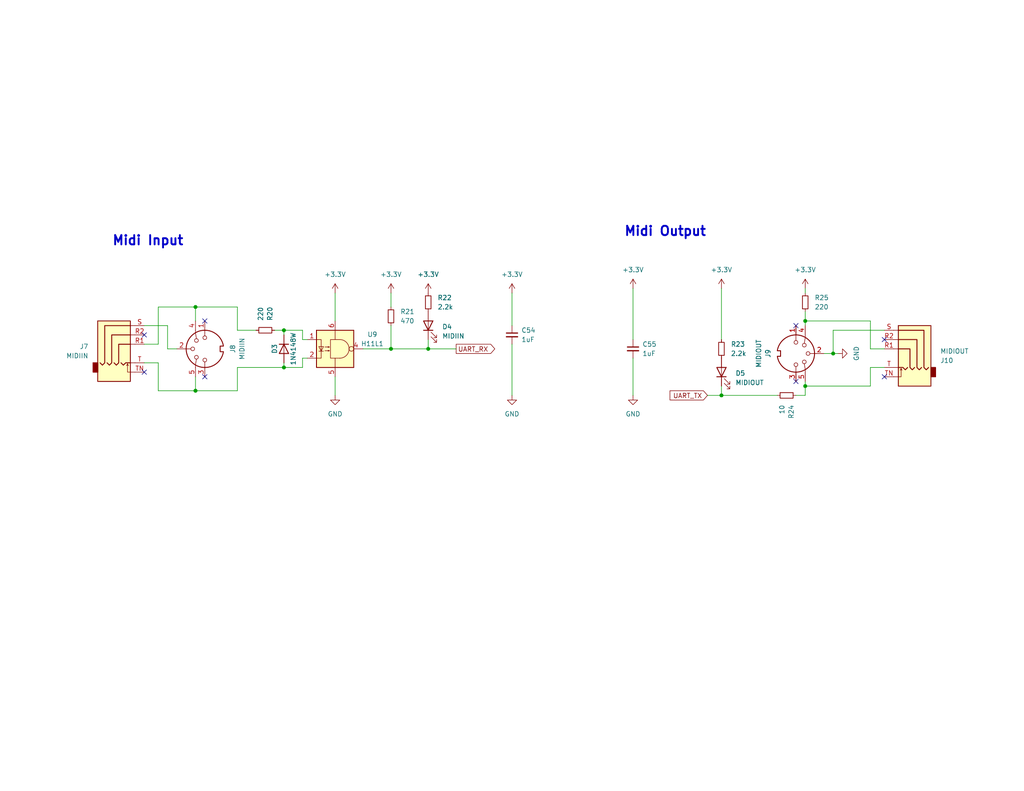
<source format=kicad_sch>
(kicad_sch (version 20230121) (generator eeschema)
  (paper "A")
  (title_block (title "pico_synth_sandbox - MIDI Input & Output") (date "2023-11-29") (rev "2") (comment 3 "pico-synth-sandbox.dcdalrymple.com") (comment 4 "D Cooper Dalrymple"))
  (lib_symbols
    (symbol "Connector:DIN-5_180degree" (pin_names (offset 1.016))
      (property "Reference" "J" (at 3.175 5.715 0))
      (property "Value" "DIN-5_180degree" (at 0 -6.35 0))
      (symbol "DIN-5_180degree_0_1"
        (arc (start -5.08 0) (mid -3.8609 -3.3364) (end -0.762 -5.08) (stroke (width 0.254)))
        (circle (center -3.048 0) (radius 0.508))
        (circle (center -2.286 2.286) (radius 0.508))
        (polyline (pts (xy -5.08 0) (xy -3.556 0)))
        (polyline (pts (xy 0 5.08) (xy 0 3.81)))
        (polyline (pts (xy 5.08 0) (xy 3.556 0)))
        (polyline (pts (xy -5.08 2.54) (xy -4.318 2.54) (xy -2.794 2.286)))
        (polyline (pts (xy 5.08 2.54) (xy 4.318 2.54) (xy 2.794 2.286)))
        (polyline (pts (xy -0.762 -4.953) (xy -0.762 -4.191) (xy 0.762 -4.191) (xy 0.762 -4.953)) (stroke (width 0.254)))
        (circle (center 0 3.302) (radius 0.508))
        (arc (start 0.762 -5.08) (mid 3.8685 -3.343) (end 5.08 0) (stroke (width 0.254)))
        (circle (center 2.286 2.286) (radius 0.508))
        (circle (center 3.048 0) (radius 0.508))
        (arc (start 5.08 0) (mid 0 5.0579) (end -5.08 0) (stroke (width 0.254)))
      )
      (symbol "DIN-5_180degree_1_1"
        (pin passive line (at -7.62 0 0) (length 2.54) (name "~") (number "1"))
        (pin passive line (at 0 7.62 270) (length 2.54) (name "~") (number "2"))
        (pin passive line (at 7.62 0 180) (length 2.54) (name "~") (number "3"))
        (pin passive line (at -7.62 2.54 0) (length 2.54) (name "~") (number "4"))
        (pin passive line (at 7.62 2.54 180) (length 2.54) (name "~") (number "5"))
      )
    )
    (symbol "Connector_Audio:AudioJack4_SwitchT1"
      (property "Reference" "J" (at 0 11.43 0))
      (property "Value" "AudioJack4_SwitchT1" (at 0 8.89 0))
      (symbol "AudioJack4_SwitchT1_0_1"
        (rectangle (start -7.62 -5.08) (end -8.89 -7.62) (stroke (width 0.254)) (fill (type outline)))
        (polyline (pts (xy 1.27 -5.08) (xy 2.54 -5.08)))
        (polyline (pts (xy 1.27 2.54) (xy 2.54 2.54)))
        (polyline (pts (xy 2.54 0) (xy 1.27 0)))
        (polyline (pts (xy 2.54 5.08) (xy 1.27 5.08)))
        (rectangle (start 1.27 6.35) (end -7.62 -10.16) (stroke (width 0.254)) (fill (type background)))
      )
      (symbol "AudioJack4_SwitchT1_1_1"
        (polyline (pts (xy 0.508 -5.334) (xy 0.762 -5.842)))
        (polyline (pts (xy -1.27 -5.08) (xy -0.635 -5.715) (xy 0 -5.08) (xy 1.27 -5.08)) (stroke (width 0.254)))
        (polyline (pts (xy 2.54 -7.62) (xy 0.508 -7.62) (xy 0.508 -5.334) (xy 0.254 -5.842)))
        (polyline (pts (xy -3.175 -5.08) (xy -2.54 -5.715) (xy -1.905 -5.08) (xy -1.905 0) (xy 1.27 0)) (stroke (width 0.254)))
        (polyline (pts (xy 1.27 2.54) (xy -3.81 2.54) (xy -3.81 -5.08) (xy -4.445 -5.715) (xy -5.08 -5.08)) (stroke (width 0.254)))
        (polyline (pts (xy 1.27 5.08) (xy -5.715 5.08) (xy -5.715 -5.08) (xy -6.35 -5.715) (xy -6.985 -5.08)) (stroke (width 0.254)))
        (pin passive line (at 5.08 0 180) (length 2.54) (name "~") (number "R1"))
        (pin passive line (at 5.08 2.54 180) (length 2.54) (name "~") (number "R2"))
        (pin passive line (at 5.08 5.08 180) (length 2.54) (name "~") (number "S"))
        (pin passive line (at 5.08 -5.08 180) (length 2.54) (name "~") (number "T"))
        (pin passive line (at 5.08 -7.62 180) (length 2.54) (name "~") (number "TN"))
      )
    )
    (symbol "Device:C_Small" (pin_numbers hide) (pin_names (offset 0.254) hide)
      (property "Reference" "C" (at 0.254 1.778 0))
      (property "Value" "C_Small" (at 0.254 -2.032 0))
      (symbol "C_Small_0_1"
        (polyline (pts (xy -1.524 -0.508) (xy 1.524 -0.508)) (stroke (width 0.3302)))
        (polyline (pts (xy -1.524 0.508) (xy 1.524 0.508)) (stroke (width 0.3048)))
      )
      (symbol "C_Small_1_1"
        (pin passive line (at 0 2.54 270) (length 2.032) (name "~") (number "1"))
        (pin passive line (at 0 -2.54 90) (length 2.032) (name "~") (number "2"))
      )
    )
    (symbol "Device:LED" (pin_numbers hide) (pin_names (offset 1.016) hide)
      (property "Reference" "D" (at 0 2.54 0))
      (property "Value" "LED" (at 0 -2.54 0))
      (symbol "LED_0_1"
        (polyline (pts (xy -1.27 -1.27) (xy -1.27 1.27)) (stroke (width 0.254)))
        (polyline (pts (xy -1.27 0) (xy 1.27 0)))
        (polyline (pts (xy 1.27 -1.27) (xy 1.27 1.27) (xy -1.27 0) (xy 1.27 -1.27)) (stroke (width 0.254)))
        (polyline (pts (xy -3.048 -0.762) (xy -4.572 -2.286) (xy -3.81 -2.286) (xy -4.572 -2.286) (xy -4.572 -1.524)))
        (polyline (pts (xy -1.778 -0.762) (xy -3.302 -2.286) (xy -2.54 -2.286) (xy -3.302 -2.286) (xy -3.302 -1.524)))
      )
      (symbol "LED_1_1"
        (pin passive line (at -3.81 0 0) (length 2.54) (name "K") (number "1"))
        (pin passive line (at 3.81 0 180) (length 2.54) (name "A") (number "2"))
      )
    )
    (symbol "Device:R_Small" (pin_numbers hide) (pin_names (offset 0.254) hide)
      (property "Reference" "R" (at 0.762 0.508 0))
      (property "Value" "R_Small" (at 0.762 -1.016 0))
      (symbol "R_Small_0_1"
        (rectangle (start -0.762 1.778) (end 0.762 -1.778) (stroke (width 0.2032)))
      )
      (symbol "R_Small_1_1"
        (pin passive line (at 0 2.54 270) (length 0.762) (name "~") (number "1"))
        (pin passive line (at 0 -2.54 90) (length 0.762) (name "~") (number "2"))
      )
    )
    (symbol "Diode:1N4148W" (pin_numbers hide) (pin_names hide)
      (property "Reference" "D" (at 0 2.54 0))
      (property "Value" "1N4148W" (at 0 -2.54 0))
      (symbol "1N4148W_0_1"
        (polyline (pts (xy -1.27 1.27) (xy -1.27 -1.27)) (stroke (width 0.254)))
        (polyline (pts (xy 1.27 0) (xy -1.27 0)))
        (polyline (pts (xy 1.27 1.27) (xy 1.27 -1.27) (xy -1.27 0) (xy 1.27 1.27)) (stroke (width 0.254)))
      )
      (symbol "1N4148W_1_1"
        (pin passive line (at -3.81 0 0) (length 2.54) (name "K") (number "1"))
        (pin passive line (at 3.81 0 180) (length 2.54) (name "A") (number "2"))
      )
    )
    (symbol "Isolator:H11L1" (pin_names (offset 1.016))
      (property "Reference" "U" (at 1.27 8.89 0))
      (property "Value" "H11L1" (at 1.27 6.35 0))
      (symbol "H11L1_0_1"
        (rectangle (start -5.08 5.08) (end 5.08 -5.08) (stroke (width 0.254)) (fill (type background)))
        (polyline (pts (xy -4.445 -0.635) (xy -3.175 -0.635)))
        (polyline (pts (xy 0 2.54) (xy 0 5.08)))
        (polyline (pts (xy 0 -2.54) (xy 0 -5.08) (xy 0 -3.81)))
        (polyline (pts (xy -5.08 -2.54) (xy -3.81 -2.54) (xy -3.81 2.54) (xy -5.08 2.54)))
        (polyline (pts (xy -3.81 -0.635) (xy -4.445 0.635) (xy -3.175 0.635) (xy -3.81 -0.635)))
        (polyline (pts (xy 1.27 -2.54) (xy -1.27 -2.54) (xy -1.27 2.54) (xy 1.27 2.54)))
        (polyline (pts (xy -2.794 -0.508) (xy -1.524 -0.508) (xy -1.905 -0.635) (xy -1.905 -0.381) (xy -1.524 -0.508)))
        (polyline (pts (xy -2.794 0.508) (xy -1.524 0.508) (xy -1.905 0.381) (xy -1.905 0.635) (xy -1.524 0.508)))
        (arc (start 1.27 -2.54) (mid 3.799 0) (end 1.27 2.54))
      )
      (symbol "H11L1_1_1"
        (pin passive line (at -7.62 2.54 0) (length 2.54) (name "~") (number "1"))
        (pin passive line (at -7.62 -2.54 0) (length 2.54) (name "~") (number "2"))
        (pin no_connect line (at -5.08 0 0) (length 2.54) hide (name "~") (number "3"))
        (pin output inverted (at 7.62 0 180) (length 3.81) (name "~") (number "4"))
        (pin power_in line (at 0 -7.62 90) (length 2.54) (name "~") (number "5"))
        (pin power_in line (at 0 7.62 270) (length 2.54) (name "~") (number "6"))
      )
    )
    (symbol "power:+3.3V" (power) (pin_names (offset 0))
      (property "Value" "+3.3V" (at 0 3.556 0))
      (symbol "+3.3V_0_1"
        (polyline (pts (xy -0.762 1.27) (xy 0 2.54)))
        (polyline (pts (xy 0 0) (xy 0 2.54)))
        (polyline (pts (xy 0 2.54) (xy 0.762 1.27)))
      )
      (symbol "+3.3V_1_1"
        (pin power_in line (at 0 0 90) (length 0) hide (name "+3.3V") (number "1"))
      )
    )
    (symbol "power:GND" (power) (pin_names (offset 0))
      (property "Value" "GND" (at 0 -3.81 0))
      (symbol "GND_0_1"
        (polyline (pts (xy 0 0) (xy 0 -1.27) (xy 1.27 -1.27) (xy 0 -2.54) (xy -1.27 -1.27) (xy 0 -1.27)))
      )
      (symbol "GND_1_1"
        (pin power_in line (at 0 0 270) (length 0) hide (name "GND") (number "1"))
      )
    )
  )
  (junction (at 106.68 95.25))
  (junction (at 219.71 87.63))
  (junction (at 53.34 106.68))
  (junction (at 77.47 90.17))
  (junction (at 219.71 105.41))
  (junction (at 196.85 107.95))
  (junction (at 53.34 83.82))
  (junction (at 77.47 100.33))
  (junction (at 227.33 96.52))
  (junction (at 116.84 95.25))
  (no_connect (at 241.3 92.71))
  (no_connect (at 39.37 91.44))
  (no_connect (at 217.17 88.9))
  (no_connect (at 55.88 102.87))
  (no_connect (at 55.88 87.63))
  (no_connect (at 217.17 104.14))
  (no_connect (at 241.3 102.87))
  (no_connect (at 39.37 101.6))
  (wire (pts (xy 43.18 99.06) (xy 43.18 106.68)))
  (wire (pts (xy 172.72 97.79) (xy 172.72 107.95)))
  (wire (pts (xy 53.34 83.82) (xy 64.77 83.82)))
  (wire (pts (xy 219.71 87.63) (xy 219.71 88.9)))
  (wire (pts (xy 116.84 92.71) (xy 116.84 95.25)))
  (wire (pts (xy 43.18 83.82) (xy 43.18 93.98)))
  (wire (pts (xy 53.34 106.68) (xy 43.18 106.68)))
  (wire (pts (xy 227.33 96.52) (xy 227.33 90.17)))
  (wire (pts (xy 219.71 78.74) (xy 219.71 80.01)))
  (wire (pts (xy 227.33 96.52) (xy 228.6 96.52)))
  (wire (pts (xy 64.77 83.82) (xy 64.77 90.17)))
  (wire (pts (xy 106.68 80.01) (xy 106.68 83.82)))
  (wire (pts (xy 196.85 78.74) (xy 196.85 92.71)))
  (wire (pts (xy 139.7 80.01) (xy 139.7 88.9)))
  (wire (pts (xy 116.84 95.25) (xy 124.46 95.25)))
  (wire (pts (xy 172.72 78.74) (xy 172.72 92.71)))
  (wire (pts (xy 196.85 105.41) (xy 196.85 107.95)))
  (wire (pts (xy 82.55 90.17) (xy 82.55 92.71)))
  (wire (pts (xy 48.26 95.25) (xy 45.72 95.25)))
  (wire (pts (xy 82.55 97.79) (xy 83.82 97.79)))
  (wire (pts (xy 64.77 106.68) (xy 64.77 100.33)))
  (wire (pts (xy 219.71 105.41) (xy 219.71 107.95)))
  (wire (pts (xy 227.33 90.17) (xy 241.3 90.17)))
  (wire (pts (xy 237.49 100.33) (xy 241.3 100.33)))
  (wire (pts (xy 237.49 95.25) (xy 241.3 95.25)))
  (wire (pts (xy 82.55 100.33) (xy 82.55 97.79)))
  (wire (pts (xy 219.71 87.63) (xy 237.49 87.63)))
  (wire (pts (xy 219.71 104.14) (xy 219.71 105.41)))
  (wire (pts (xy 237.49 87.63) (xy 237.49 95.25)))
  (wire (pts (xy 193.04 107.95) (xy 196.85 107.95)))
  (wire (pts (xy 53.34 83.82) (xy 43.18 83.82)))
  (wire (pts (xy 53.34 106.68) (xy 64.77 106.68)))
  (wire (pts (xy 53.34 102.87) (xy 53.34 106.68)))
  (wire (pts (xy 196.85 107.95) (xy 212.09 107.95)))
  (wire (pts (xy 219.71 85.09) (xy 219.71 87.63)))
  (wire (pts (xy 106.68 95.25) (xy 106.68 88.9)))
  (wire (pts (xy 219.71 105.41) (xy 237.49 105.41)))
  (wire (pts (xy 39.37 99.06) (xy 43.18 99.06)))
  (wire (pts (xy 77.47 90.17) (xy 77.47 91.44)))
  (wire (pts (xy 64.77 90.17) (xy 69.85 90.17)))
  (wire (pts (xy 91.44 80.01) (xy 91.44 87.63)))
  (wire (pts (xy 224.79 96.52) (xy 227.33 96.52)))
  (wire (pts (xy 64.77 100.33) (xy 77.47 100.33)))
  (wire (pts (xy 43.18 93.98) (xy 39.37 93.98)))
  (wire (pts (xy 82.55 92.71) (xy 83.82 92.71)))
  (wire (pts (xy 45.72 88.9) (xy 45.72 95.25)))
  (wire (pts (xy 237.49 105.41) (xy 237.49 100.33)))
  (wire (pts (xy 77.47 90.17) (xy 82.55 90.17)))
  (wire (pts (xy 106.68 95.25) (xy 116.84 95.25)))
  (wire (pts (xy 77.47 100.33) (xy 77.47 99.06)))
  (wire (pts (xy 39.37 88.9) (xy 45.72 88.9)))
  (wire (pts (xy 99.06 95.25) (xy 106.68 95.25)))
  (wire (pts (xy 77.47 100.33) (xy 82.55 100.33)))
  (wire (pts (xy 139.7 93.98) (xy 139.7 107.95)))
  (wire (pts (xy 217.17 107.95) (xy 219.71 107.95)))
  (wire (pts (xy 74.93 90.17) (xy 77.47 90.17)))
  (wire (pts (xy 53.34 87.63) (xy 53.34 83.82)))
  (wire (pts (xy 91.44 107.95) (xy 91.44 102.87)))
  (text "Midi Input" (at 30.48 67.31 0) (effects (font (size 2.54 2.54) (thickness 0.508) bold) (justify left bottom)))
  (text "Midi Output" (at 170.18 64.77 0) (effects (font (size 2.54 2.54) (thickness 0.508) bold) (justify left bottom)))
  (global_label "UART_TX" (shape input) (at 193.04 107.95 180) (property "Intersheetrefs" "${INTERSHEET_REFS}" (effects hide)))
  (global_label "UART_RX" (shape output) (at 124.46 95.25 0) (property "Intersheetrefs" "${INTERSHEET_REFS}" (effects hide)))
  (symbol (lib_id "power:GND") (at 228.6 96.52 90) (unit 1)
    (property "Reference" "#PWR0139" (effects hide))
    (property "Value" "GND" (at 233.68 96.52 0))
  )
  (symbol (lib_id "Connector:DIN-5_180degree") (at 217.17 96.52 270) (unit 1)
    (property "Reference" "J9" (at 209.55 96.5201 0))
    (property "Value" "MIDIOUT" (at 207.01 96.5201 0))
    (property "Datasheet" "http://www.mouser.com/ds/2/18/40_c091_abd_e-75918.pdf" (effects hide))
  )
  (symbol (lib_id "Device:R_Small") (at 116.84 82.55 0) (unit 1)
    (property "Reference" "R22" (at 119.38 81.28 0) (effects (justify left)))
    (property "Value" "2.2k" (at 119.38 83.82 0) (effects (justify left)))
    (property "Footprint" "Resistor_SMD:R_0805_2012Metric_Pad1.20x1.40mm_HandSolder" (effects hide))
  )
  (symbol (lib_id "Device:LED") (at 196.85 101.6 90) (unit 1)
    (property "Reference" "D5" (at 200.66 101.9175 90) (effects (justify right)))
    (property "Value" "MIDIOUT" (at 200.66 104.4575 90) (effects (justify right)))
    (property "Footprint" "LED_SMD:LED_0805_2012Metric_Pad1.15x1.40mm_HandSolder" (effects hide))
  )
  (symbol (lib_id "Diode:1N4148W") (at 77.47 95.25 270) (unit 1)
    (property "Reference" "D3" (at 74.93 95.25 0))
    (property "Value" "1N4148W" (at 80.01 95.25 0))
    (property "Footprint" "Diode_SMD:D_SOD-123" (effects hide))
    (property "Datasheet" "https://www.vishay.com/docs/85748/1n4148w.pdf" (effects hide))
    (property "Sim.Device" "D" (effects hide))
    (property "Sim.Pins" "1=K 2=A" (effects hide))
  )
  (symbol (lib_id "Device:R_Small") (at 106.68 86.36 0) (unit 1)
    (property "Reference" "R21" (at 109.22 85.09 0) (effects (justify left)))
    (property "Value" "470" (at 109.22 87.63 0) (effects (justify left)))
    (property "Footprint" "Resistor_SMD:R_0805_2012Metric_Pad1.20x1.40mm_HandSolder" (effects hide))
  )
  (symbol (lib_id "power:GND") (at 172.72 107.95 0) (unit 1)
    (property "Reference" "#PWR0136" (effects hide))
    (property "Value" "GND" (at 172.72 113.03 0))
  )
  (symbol (lib_id "Device:C_Small") (at 139.7 91.44 0) (mirror y) (unit 1)
    (property "Reference" "C54" (at 142.24 90.1763 0) (effects (justify right)))
    (property "Value" "1uF" (at 142.24 92.7163 0) (effects (justify right)))
    (property "Footprint" "Capacitor_SMD:C_0805_2012Metric_Pad1.18x1.45mm_HandSolder" (effects hide))
  )
  (symbol (lib_id "Device:R_Small") (at 72.39 90.17 270) (mirror x) (unit 1)
    (property "Reference" "R20" (at 73.66 87.63 0) (effects (justify left)))
    (property "Value" "220" (at 71.12 87.63 0) (effects (justify left)))
    (property "Footprint" "Resistor_SMD:R_0805_2012Metric_Pad1.20x1.40mm_HandSolder" (effects hide))
  )
  (symbol (lib_id "Connector_Audio:AudioJack4_SwitchT1") (at 246.38 95.25 0) (mirror y) (unit 1)
    (property "Reference" "J10" (at 256.54 98.425 0) (effects (justify right)))
    (property "Value" "MIDIOUT" (at 256.54 95.885 0) (effects (justify right)))
    (property "Footprint" "pico_synth_sandbox:Jack_3.5mm_PJ327A_Horizontal" (effects hide))
  )
  (symbol (lib_id "power:+3.3V") (at 172.72 78.74 0) (unit 1)
    (property "Reference" "#PWR0135" (effects hide))
    (property "Value" "+3.3V" (at 172.72 73.66 0))
  )
  (symbol (lib_id "power:+3.3V") (at 139.7 80.01 0) (unit 1)
    (property "Reference" "#PWR0133" (effects hide))
    (property "Value" "+3.3V" (at 139.7 74.93 0))
  )
  (symbol (lib_id "power:+3.3V") (at 219.71 78.74 0) (unit 1)
    (property "Reference" "#PWR0138" (effects hide))
    (property "Value" "+3.3V" (at 219.71 73.66 0))
  )
  (symbol (lib_id "Connector_Audio:AudioJack4_SwitchT1") (at 34.29 93.98 0) (unit 1)
    (property "Reference" "J7" (at 24.13 94.615 0) (effects (justify right)))
    (property "Value" "MIDIIN" (at 24.13 97.155 0) (effects (justify right)))
    (property "Footprint" "pico_synth_sandbox:Jack_3.5mm_PJ327A_Horizontal" (effects hide))
  )
  (symbol (lib_id "power:+3.3V") (at 116.84 80.01 0) (unit 1)
    (property "Reference" "#PWR0132" (effects hide))
    (property "Value" "+3.3V" (at 116.84 74.93 0))
  )
  (symbol (lib_id "Device:R_Small") (at 196.85 95.25 0) (unit 1)
    (property "Reference" "R23" (at 199.39 93.98 0) (effects (justify left)))
    (property "Value" "2.2k" (at 199.39 96.52 0) (effects (justify left)))
    (property "Footprint" "Resistor_SMD:R_0805_2012Metric_Pad1.20x1.40mm_HandSolder" (effects hide))
  )
  (symbol (lib_id "Connector:DIN-5_180degree") (at 55.88 95.25 90) (mirror x) (unit 1)
    (property "Reference" "J8" (at 63.5 95.2501 0))
    (property "Value" "MIDIIN" (at 66.04 95.2501 0))
    (property "Datasheet" "http://www.mouser.com/ds/2/18/40_c091_abd_e-75918.pdf" (effects hide))
  )
  (symbol (lib_id "power:+3.3V") (at 106.68 80.01 0) (unit 1)
    (property "Reference" "#PWR0131" (effects hide))
    (property "Value" "+3.3V" (at 106.68 74.93 0))
  )
  (symbol (lib_id "Device:R_Small") (at 214.63 107.95 270) (unit 1)
    (property "Reference" "R24" (at 215.9 110.49 0) (effects (justify left)))
    (property "Value" "10" (at 213.36 110.49 0) (effects (justify left)))
    (property "Footprint" "Resistor_SMD:R_0805_2012Metric_Pad1.20x1.40mm_HandSolder" (effects hide))
  )
  (symbol (lib_id "power:GND") (at 139.7 107.95 0) (unit 1)
    (property "Reference" "#PWR0134" (effects hide))
    (property "Value" "GND" (at 139.7 113.03 0))
  )
  (symbol (lib_id "Device:C_Small") (at 172.72 95.25 0) (mirror y) (unit 1)
    (property "Reference" "C55" (at 175.26 93.9863 0) (effects (justify right)))
    (property "Value" "1uF" (at 175.26 96.5263 0) (effects (justify right)))
    (property "Footprint" "Capacitor_SMD:C_0805_2012Metric_Pad1.18x1.45mm_HandSolder" (effects hide))
  )
  (symbol (lib_id "power:+3.3V") (at 91.44 80.01 0) (unit 1)
    (property "Reference" "#PWR0129" (effects hide))
    (property "Value" "+3.3V" (at 91.44 74.93 0))
  )
  (symbol (lib_id "Isolator:H11L1") (at 91.44 95.25 0) (unit 1)
    (property "Reference" "U9" (at 101.6 91.3131 0))
    (property "Value" "H11L1" (at 101.6 93.8531 0))
    (property "Footprint" "Package_DIP:SMDIP-6_W7.62mm" (effects hide))
    (property "Datasheet" "https://www.onsemi.com/pub/Collateral/H11L3M-D.PDF" (effects hide))
  )
  (symbol (lib_id "Device:R_Small") (at 219.71 82.55 0) (unit 1)
    (property "Reference" "R25" (at 222.25 81.28 0) (effects (justify left)))
    (property "Value" "220" (at 222.25 83.82 0) (effects (justify left)))
    (property "Footprint" "Resistor_SMD:R_0805_2012Metric_Pad1.20x1.40mm_HandSolder" (effects hide))
  )
  (symbol (lib_id "power:+3.3V") (at 196.85 78.74 0) (unit 1)
    (property "Reference" "#PWR0137" (effects hide))
    (property "Value" "+3.3V" (at 196.85 73.66 0))
  )
  (symbol (lib_id "power:GND") (at 91.44 107.95 0) (unit 1)
    (property "Reference" "#PWR0130" (effects hide))
    (property "Value" "GND" (at 91.44 113.03 0))
  )
  (symbol (lib_id "Device:LED") (at 116.84 88.9 90) (unit 1)
    (property "Reference" "D4" (at 120.65 89.2175 90) (effects (justify right)))
    (property "Value" "MIDIIN" (at 120.65 91.7575 90) (effects (justify right)))
    (property "Footprint" "LED_SMD:LED_0805_2012Metric_Pad1.15x1.40mm_HandSolder" (effects hide))
  )
)
</source>
